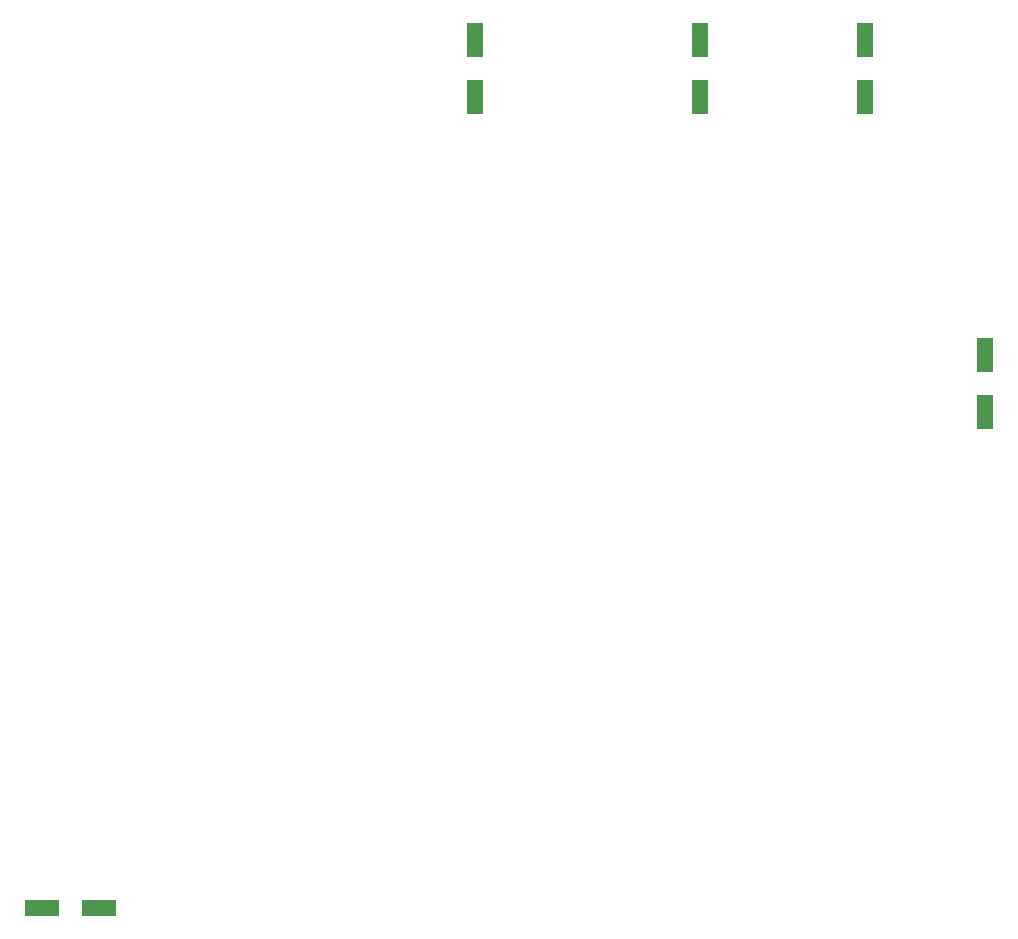
<source format=gbr>
G04 EAGLE Gerber RS-274X export*
G75*
%MOMM*%
%FSLAX34Y34*%
%LPD*%
%INSolderpaste Top*%
%IPPOS*%
%AMOC8*
5,1,8,0,0,1.08239X$1,22.5*%
G01*
%ADD10R,1.400000X3.000000*%
%ADD11R,3.000000X1.400000*%


D10*
X914400Y506600D03*
X914400Y458600D03*
X812800Y773300D03*
X812800Y725300D03*
X673100Y773300D03*
X673100Y725300D03*
X482600Y773300D03*
X482600Y725300D03*
D11*
X163700Y38100D03*
X115700Y38100D03*
M02*

</source>
